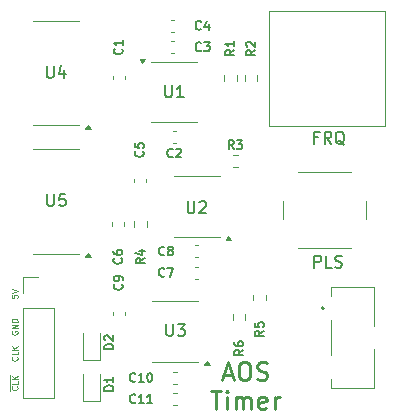
<source format=gto>
%TF.GenerationSoftware,KiCad,Pcbnew,8.0.7*%
%TF.CreationDate,2025-01-18T18:37:27+05:30*%
%TF.ProjectId,AOS16 Timer,414f5331-3620-4546-996d-65722e6b6963,rev?*%
%TF.SameCoordinates,Original*%
%TF.FileFunction,Legend,Top*%
%TF.FilePolarity,Positive*%
%FSLAX46Y46*%
G04 Gerber Fmt 4.6, Leading zero omitted, Abs format (unit mm)*
G04 Created by KiCad (PCBNEW 8.0.7) date 2025-01-18 18:37:27*
%MOMM*%
%LPD*%
G01*
G04 APERTURE LIST*
%ADD10C,0.250000*%
%ADD11C,0.100000*%
%ADD12C,0.200000*%
%ADD13C,0.150000*%
%ADD14C,0.120000*%
G04 APERTURE END LIST*
D10*
X89167857Y-89459941D02*
X89882143Y-89459941D01*
X89025000Y-89888512D02*
X89525000Y-88388512D01*
X89525000Y-88388512D02*
X90025000Y-89888512D01*
X90810714Y-88388512D02*
X91096428Y-88388512D01*
X91096428Y-88388512D02*
X91239285Y-88459941D01*
X91239285Y-88459941D02*
X91382142Y-88602798D01*
X91382142Y-88602798D02*
X91453571Y-88888512D01*
X91453571Y-88888512D02*
X91453571Y-89388512D01*
X91453571Y-89388512D02*
X91382142Y-89674226D01*
X91382142Y-89674226D02*
X91239285Y-89817084D01*
X91239285Y-89817084D02*
X91096428Y-89888512D01*
X91096428Y-89888512D02*
X90810714Y-89888512D01*
X90810714Y-89888512D02*
X90667857Y-89817084D01*
X90667857Y-89817084D02*
X90524999Y-89674226D01*
X90524999Y-89674226D02*
X90453571Y-89388512D01*
X90453571Y-89388512D02*
X90453571Y-88888512D01*
X90453571Y-88888512D02*
X90524999Y-88602798D01*
X90524999Y-88602798D02*
X90667857Y-88459941D01*
X90667857Y-88459941D02*
X90810714Y-88388512D01*
X92025000Y-89817084D02*
X92239286Y-89888512D01*
X92239286Y-89888512D02*
X92596428Y-89888512D01*
X92596428Y-89888512D02*
X92739286Y-89817084D01*
X92739286Y-89817084D02*
X92810714Y-89745655D01*
X92810714Y-89745655D02*
X92882143Y-89602798D01*
X92882143Y-89602798D02*
X92882143Y-89459941D01*
X92882143Y-89459941D02*
X92810714Y-89317084D01*
X92810714Y-89317084D02*
X92739286Y-89245655D01*
X92739286Y-89245655D02*
X92596428Y-89174226D01*
X92596428Y-89174226D02*
X92310714Y-89102798D01*
X92310714Y-89102798D02*
X92167857Y-89031369D01*
X92167857Y-89031369D02*
X92096428Y-88959941D01*
X92096428Y-88959941D02*
X92025000Y-88817084D01*
X92025000Y-88817084D02*
X92025000Y-88674226D01*
X92025000Y-88674226D02*
X92096428Y-88531369D01*
X92096428Y-88531369D02*
X92167857Y-88459941D01*
X92167857Y-88459941D02*
X92310714Y-88388512D01*
X92310714Y-88388512D02*
X92667857Y-88388512D01*
X92667857Y-88388512D02*
X92882143Y-88459941D01*
X88132143Y-90803428D02*
X88989286Y-90803428D01*
X88560714Y-92303428D02*
X88560714Y-90803428D01*
X89489285Y-92303428D02*
X89489285Y-91303428D01*
X89489285Y-90803428D02*
X89417857Y-90874857D01*
X89417857Y-90874857D02*
X89489285Y-90946285D01*
X89489285Y-90946285D02*
X89560714Y-90874857D01*
X89560714Y-90874857D02*
X89489285Y-90803428D01*
X89489285Y-90803428D02*
X89489285Y-90946285D01*
X90203571Y-92303428D02*
X90203571Y-91303428D01*
X90203571Y-91446285D02*
X90275000Y-91374857D01*
X90275000Y-91374857D02*
X90417857Y-91303428D01*
X90417857Y-91303428D02*
X90632143Y-91303428D01*
X90632143Y-91303428D02*
X90775000Y-91374857D01*
X90775000Y-91374857D02*
X90846429Y-91517714D01*
X90846429Y-91517714D02*
X90846429Y-92303428D01*
X90846429Y-91517714D02*
X90917857Y-91374857D01*
X90917857Y-91374857D02*
X91060714Y-91303428D01*
X91060714Y-91303428D02*
X91275000Y-91303428D01*
X91275000Y-91303428D02*
X91417857Y-91374857D01*
X91417857Y-91374857D02*
X91489286Y-91517714D01*
X91489286Y-91517714D02*
X91489286Y-92303428D01*
X92775000Y-92232000D02*
X92632143Y-92303428D01*
X92632143Y-92303428D02*
X92346429Y-92303428D01*
X92346429Y-92303428D02*
X92203571Y-92232000D01*
X92203571Y-92232000D02*
X92132143Y-92089142D01*
X92132143Y-92089142D02*
X92132143Y-91517714D01*
X92132143Y-91517714D02*
X92203571Y-91374857D01*
X92203571Y-91374857D02*
X92346429Y-91303428D01*
X92346429Y-91303428D02*
X92632143Y-91303428D01*
X92632143Y-91303428D02*
X92775000Y-91374857D01*
X92775000Y-91374857D02*
X92846429Y-91517714D01*
X92846429Y-91517714D02*
X92846429Y-91660571D01*
X92846429Y-91660571D02*
X92132143Y-91803428D01*
X93489285Y-92303428D02*
X93489285Y-91303428D01*
X93489285Y-91589142D02*
X93560714Y-91446285D01*
X93560714Y-91446285D02*
X93632143Y-91374857D01*
X93632143Y-91374857D02*
X93775000Y-91303428D01*
X93775000Y-91303428D02*
X93917857Y-91303428D01*
D11*
X71685990Y-87929449D02*
X71709800Y-87953258D01*
X71709800Y-87953258D02*
X71733609Y-88024687D01*
X71733609Y-88024687D02*
X71733609Y-88072306D01*
X71733609Y-88072306D02*
X71709800Y-88143734D01*
X71709800Y-88143734D02*
X71662180Y-88191353D01*
X71662180Y-88191353D02*
X71614561Y-88215163D01*
X71614561Y-88215163D02*
X71519323Y-88238972D01*
X71519323Y-88238972D02*
X71447895Y-88238972D01*
X71447895Y-88238972D02*
X71352657Y-88215163D01*
X71352657Y-88215163D02*
X71305038Y-88191353D01*
X71305038Y-88191353D02*
X71257419Y-88143734D01*
X71257419Y-88143734D02*
X71233609Y-88072306D01*
X71233609Y-88072306D02*
X71233609Y-88024687D01*
X71233609Y-88024687D02*
X71257419Y-87953258D01*
X71257419Y-87953258D02*
X71281228Y-87929449D01*
X71733609Y-87477068D02*
X71733609Y-87715163D01*
X71733609Y-87715163D02*
X71233609Y-87715163D01*
X71733609Y-87310401D02*
X71233609Y-87310401D01*
X71733609Y-87024687D02*
X71447895Y-87238972D01*
X71233609Y-87024687D02*
X71519323Y-87310401D01*
X71685990Y-90429449D02*
X71709800Y-90453258D01*
X71709800Y-90453258D02*
X71733609Y-90524687D01*
X71733609Y-90524687D02*
X71733609Y-90572306D01*
X71733609Y-90572306D02*
X71709800Y-90643734D01*
X71709800Y-90643734D02*
X71662180Y-90691353D01*
X71662180Y-90691353D02*
X71614561Y-90715163D01*
X71614561Y-90715163D02*
X71519323Y-90738972D01*
X71519323Y-90738972D02*
X71447895Y-90738972D01*
X71447895Y-90738972D02*
X71352657Y-90715163D01*
X71352657Y-90715163D02*
X71305038Y-90691353D01*
X71305038Y-90691353D02*
X71257419Y-90643734D01*
X71257419Y-90643734D02*
X71233609Y-90572306D01*
X71233609Y-90572306D02*
X71233609Y-90524687D01*
X71233609Y-90524687D02*
X71257419Y-90453258D01*
X71257419Y-90453258D02*
X71281228Y-90429449D01*
X71733609Y-89977068D02*
X71733609Y-90215163D01*
X71733609Y-90215163D02*
X71233609Y-90215163D01*
X71733609Y-89810401D02*
X71233609Y-89810401D01*
X71733609Y-89524687D02*
X71447895Y-89738972D01*
X71233609Y-89524687D02*
X71519323Y-89810401D01*
X71094800Y-90784211D02*
X71094800Y-89479449D01*
X71257419Y-85753258D02*
X71233609Y-85800877D01*
X71233609Y-85800877D02*
X71233609Y-85872306D01*
X71233609Y-85872306D02*
X71257419Y-85943734D01*
X71257419Y-85943734D02*
X71305038Y-85991353D01*
X71305038Y-85991353D02*
X71352657Y-86015163D01*
X71352657Y-86015163D02*
X71447895Y-86038972D01*
X71447895Y-86038972D02*
X71519323Y-86038972D01*
X71519323Y-86038972D02*
X71614561Y-86015163D01*
X71614561Y-86015163D02*
X71662180Y-85991353D01*
X71662180Y-85991353D02*
X71709800Y-85943734D01*
X71709800Y-85943734D02*
X71733609Y-85872306D01*
X71733609Y-85872306D02*
X71733609Y-85824687D01*
X71733609Y-85824687D02*
X71709800Y-85753258D01*
X71709800Y-85753258D02*
X71685990Y-85729449D01*
X71685990Y-85729449D02*
X71519323Y-85729449D01*
X71519323Y-85729449D02*
X71519323Y-85824687D01*
X71733609Y-85515163D02*
X71233609Y-85515163D01*
X71233609Y-85515163D02*
X71733609Y-85229449D01*
X71733609Y-85229449D02*
X71233609Y-85229449D01*
X71733609Y-84991353D02*
X71233609Y-84991353D01*
X71233609Y-84991353D02*
X71233609Y-84872305D01*
X71233609Y-84872305D02*
X71257419Y-84800877D01*
X71257419Y-84800877D02*
X71305038Y-84753258D01*
X71305038Y-84753258D02*
X71352657Y-84729448D01*
X71352657Y-84729448D02*
X71447895Y-84705639D01*
X71447895Y-84705639D02*
X71519323Y-84705639D01*
X71519323Y-84705639D02*
X71614561Y-84729448D01*
X71614561Y-84729448D02*
X71662180Y-84753258D01*
X71662180Y-84753258D02*
X71709800Y-84800877D01*
X71709800Y-84800877D02*
X71733609Y-84872305D01*
X71733609Y-84872305D02*
X71733609Y-84991353D01*
X71233609Y-82677068D02*
X71233609Y-82915163D01*
X71233609Y-82915163D02*
X71471704Y-82938972D01*
X71471704Y-82938972D02*
X71447895Y-82915163D01*
X71447895Y-82915163D02*
X71424085Y-82867544D01*
X71424085Y-82867544D02*
X71424085Y-82748496D01*
X71424085Y-82748496D02*
X71447895Y-82700877D01*
X71447895Y-82700877D02*
X71471704Y-82677068D01*
X71471704Y-82677068D02*
X71519323Y-82653258D01*
X71519323Y-82653258D02*
X71638371Y-82653258D01*
X71638371Y-82653258D02*
X71685990Y-82677068D01*
X71685990Y-82677068D02*
X71709800Y-82700877D01*
X71709800Y-82700877D02*
X71733609Y-82748496D01*
X71733609Y-82748496D02*
X71733609Y-82867544D01*
X71733609Y-82867544D02*
X71709800Y-82915163D01*
X71709800Y-82915163D02*
X71685990Y-82938972D01*
X71233609Y-82510401D02*
X71733609Y-82343735D01*
X71733609Y-82343735D02*
X71233609Y-82177068D01*
D12*
X96869673Y-80367219D02*
X96869673Y-79367219D01*
X96869673Y-79367219D02*
X97250625Y-79367219D01*
X97250625Y-79367219D02*
X97345863Y-79414838D01*
X97345863Y-79414838D02*
X97393482Y-79462457D01*
X97393482Y-79462457D02*
X97441101Y-79557695D01*
X97441101Y-79557695D02*
X97441101Y-79700552D01*
X97441101Y-79700552D02*
X97393482Y-79795790D01*
X97393482Y-79795790D02*
X97345863Y-79843409D01*
X97345863Y-79843409D02*
X97250625Y-79891028D01*
X97250625Y-79891028D02*
X96869673Y-79891028D01*
X98345863Y-80367219D02*
X97869673Y-80367219D01*
X97869673Y-80367219D02*
X97869673Y-79367219D01*
X98631578Y-80319600D02*
X98774435Y-80367219D01*
X98774435Y-80367219D02*
X99012530Y-80367219D01*
X99012530Y-80367219D02*
X99107768Y-80319600D01*
X99107768Y-80319600D02*
X99155387Y-80271980D01*
X99155387Y-80271980D02*
X99203006Y-80176742D01*
X99203006Y-80176742D02*
X99203006Y-80081504D01*
X99203006Y-80081504D02*
X99155387Y-79986266D01*
X99155387Y-79986266D02*
X99107768Y-79938647D01*
X99107768Y-79938647D02*
X99012530Y-79891028D01*
X99012530Y-79891028D02*
X98822054Y-79843409D01*
X98822054Y-79843409D02*
X98726816Y-79795790D01*
X98726816Y-79795790D02*
X98679197Y-79748171D01*
X98679197Y-79748171D02*
X98631578Y-79652933D01*
X98631578Y-79652933D02*
X98631578Y-79557695D01*
X98631578Y-79557695D02*
X98679197Y-79462457D01*
X98679197Y-79462457D02*
X98726816Y-79414838D01*
X98726816Y-79414838D02*
X98822054Y-79367219D01*
X98822054Y-79367219D02*
X99060149Y-79367219D01*
X99060149Y-79367219D02*
X99203006Y-79414838D01*
X97203006Y-69343409D02*
X96869673Y-69343409D01*
X96869673Y-69867219D02*
X96869673Y-68867219D01*
X96869673Y-68867219D02*
X97345863Y-68867219D01*
X98298244Y-69867219D02*
X97964911Y-69391028D01*
X97726816Y-69867219D02*
X97726816Y-68867219D01*
X97726816Y-68867219D02*
X98107768Y-68867219D01*
X98107768Y-68867219D02*
X98203006Y-68914838D01*
X98203006Y-68914838D02*
X98250625Y-68962457D01*
X98250625Y-68962457D02*
X98298244Y-69057695D01*
X98298244Y-69057695D02*
X98298244Y-69200552D01*
X98298244Y-69200552D02*
X98250625Y-69295790D01*
X98250625Y-69295790D02*
X98203006Y-69343409D01*
X98203006Y-69343409D02*
X98107768Y-69391028D01*
X98107768Y-69391028D02*
X97726816Y-69391028D01*
X99393482Y-69962457D02*
X99298244Y-69914838D01*
X99298244Y-69914838D02*
X99203006Y-69819600D01*
X99203006Y-69819600D02*
X99060149Y-69676742D01*
X99060149Y-69676742D02*
X98964911Y-69629123D01*
X98964911Y-69629123D02*
X98869673Y-69629123D01*
X98917292Y-69867219D02*
X98822054Y-69819600D01*
X98822054Y-69819600D02*
X98726816Y-69724361D01*
X98726816Y-69724361D02*
X98679197Y-69533885D01*
X98679197Y-69533885D02*
X98679197Y-69200552D01*
X98679197Y-69200552D02*
X98726816Y-69010076D01*
X98726816Y-69010076D02*
X98822054Y-68914838D01*
X98822054Y-68914838D02*
X98917292Y-68867219D01*
X98917292Y-68867219D02*
X99107768Y-68867219D01*
X99107768Y-68867219D02*
X99203006Y-68914838D01*
X99203006Y-68914838D02*
X99298244Y-69010076D01*
X99298244Y-69010076D02*
X99345863Y-69200552D01*
X99345863Y-69200552D02*
X99345863Y-69533885D01*
X99345863Y-69533885D02*
X99298244Y-69724361D01*
X99298244Y-69724361D02*
X99203006Y-69819600D01*
X99203006Y-69819600D02*
X99107768Y-69867219D01*
X99107768Y-69867219D02*
X98917292Y-69867219D01*
D13*
X79839164Y-87253571D02*
X79089164Y-87253571D01*
X79089164Y-87253571D02*
X79089164Y-87075000D01*
X79089164Y-87075000D02*
X79124878Y-86967857D01*
X79124878Y-86967857D02*
X79196307Y-86896428D01*
X79196307Y-86896428D02*
X79267735Y-86860714D01*
X79267735Y-86860714D02*
X79410592Y-86825000D01*
X79410592Y-86825000D02*
X79517735Y-86825000D01*
X79517735Y-86825000D02*
X79660592Y-86860714D01*
X79660592Y-86860714D02*
X79732021Y-86896428D01*
X79732021Y-86896428D02*
X79803450Y-86967857D01*
X79803450Y-86967857D02*
X79839164Y-87075000D01*
X79839164Y-87075000D02*
X79839164Y-87253571D01*
X79160592Y-86539285D02*
X79124878Y-86503571D01*
X79124878Y-86503571D02*
X79089164Y-86432143D01*
X79089164Y-86432143D02*
X79089164Y-86253571D01*
X79089164Y-86253571D02*
X79124878Y-86182143D01*
X79124878Y-86182143D02*
X79160592Y-86146428D01*
X79160592Y-86146428D02*
X79232021Y-86110714D01*
X79232021Y-86110714D02*
X79303450Y-86110714D01*
X79303450Y-86110714D02*
X79410592Y-86146428D01*
X79410592Y-86146428D02*
X79839164Y-86575000D01*
X79839164Y-86575000D02*
X79839164Y-86110714D01*
X84238095Y-64954819D02*
X84238095Y-65764342D01*
X84238095Y-65764342D02*
X84285714Y-65859580D01*
X84285714Y-65859580D02*
X84333333Y-65907200D01*
X84333333Y-65907200D02*
X84428571Y-65954819D01*
X84428571Y-65954819D02*
X84619047Y-65954819D01*
X84619047Y-65954819D02*
X84714285Y-65907200D01*
X84714285Y-65907200D02*
X84761904Y-65859580D01*
X84761904Y-65859580D02*
X84809523Y-65764342D01*
X84809523Y-65764342D02*
X84809523Y-64954819D01*
X85809523Y-65954819D02*
X85238095Y-65954819D01*
X85523809Y-65954819D02*
X85523809Y-64954819D01*
X85523809Y-64954819D02*
X85428571Y-65097676D01*
X85428571Y-65097676D02*
X85333333Y-65192914D01*
X85333333Y-65192914D02*
X85238095Y-65240533D01*
X82356035Y-70525000D02*
X82391750Y-70560714D01*
X82391750Y-70560714D02*
X82427464Y-70667857D01*
X82427464Y-70667857D02*
X82427464Y-70739285D01*
X82427464Y-70739285D02*
X82391750Y-70846428D01*
X82391750Y-70846428D02*
X82320321Y-70917857D01*
X82320321Y-70917857D02*
X82248892Y-70953571D01*
X82248892Y-70953571D02*
X82106035Y-70989285D01*
X82106035Y-70989285D02*
X81998892Y-70989285D01*
X81998892Y-70989285D02*
X81856035Y-70953571D01*
X81856035Y-70953571D02*
X81784607Y-70917857D01*
X81784607Y-70917857D02*
X81713178Y-70846428D01*
X81713178Y-70846428D02*
X81677464Y-70739285D01*
X81677464Y-70739285D02*
X81677464Y-70667857D01*
X81677464Y-70667857D02*
X81713178Y-70560714D01*
X81713178Y-70560714D02*
X81748892Y-70525000D01*
X81677464Y-69846428D02*
X81677464Y-70203571D01*
X81677464Y-70203571D02*
X82034607Y-70239285D01*
X82034607Y-70239285D02*
X81998892Y-70203571D01*
X81998892Y-70203571D02*
X81963178Y-70132143D01*
X81963178Y-70132143D02*
X81963178Y-69953571D01*
X81963178Y-69953571D02*
X81998892Y-69882143D01*
X81998892Y-69882143D02*
X82034607Y-69846428D01*
X82034607Y-69846428D02*
X82106035Y-69810714D01*
X82106035Y-69810714D02*
X82284607Y-69810714D01*
X82284607Y-69810714D02*
X82356035Y-69846428D01*
X82356035Y-69846428D02*
X82391750Y-69882143D01*
X82391750Y-69882143D02*
X82427464Y-69953571D01*
X82427464Y-69953571D02*
X82427464Y-70132143D01*
X82427464Y-70132143D02*
X82391750Y-70203571D01*
X82391750Y-70203571D02*
X82356035Y-70239285D01*
X87274999Y-61967735D02*
X87239285Y-62003450D01*
X87239285Y-62003450D02*
X87132142Y-62039164D01*
X87132142Y-62039164D02*
X87060714Y-62039164D01*
X87060714Y-62039164D02*
X86953571Y-62003450D01*
X86953571Y-62003450D02*
X86882142Y-61932021D01*
X86882142Y-61932021D02*
X86846428Y-61860592D01*
X86846428Y-61860592D02*
X86810714Y-61717735D01*
X86810714Y-61717735D02*
X86810714Y-61610592D01*
X86810714Y-61610592D02*
X86846428Y-61467735D01*
X86846428Y-61467735D02*
X86882142Y-61396307D01*
X86882142Y-61396307D02*
X86953571Y-61324878D01*
X86953571Y-61324878D02*
X87060714Y-61289164D01*
X87060714Y-61289164D02*
X87132142Y-61289164D01*
X87132142Y-61289164D02*
X87239285Y-61324878D01*
X87239285Y-61324878D02*
X87274999Y-61360592D01*
X87524999Y-61289164D02*
X87989285Y-61289164D01*
X87989285Y-61289164D02*
X87739285Y-61574878D01*
X87739285Y-61574878D02*
X87846428Y-61574878D01*
X87846428Y-61574878D02*
X87917857Y-61610592D01*
X87917857Y-61610592D02*
X87953571Y-61646307D01*
X87953571Y-61646307D02*
X87989285Y-61717735D01*
X87989285Y-61717735D02*
X87989285Y-61896307D01*
X87989285Y-61896307D02*
X87953571Y-61967735D01*
X87953571Y-61967735D02*
X87917857Y-62003450D01*
X87917857Y-62003450D02*
X87846428Y-62039164D01*
X87846428Y-62039164D02*
X87632142Y-62039164D01*
X87632142Y-62039164D02*
X87560714Y-62003450D01*
X87560714Y-62003450D02*
X87524999Y-61967735D01*
X90024999Y-70339164D02*
X89774999Y-69982021D01*
X89596428Y-70339164D02*
X89596428Y-69589164D01*
X89596428Y-69589164D02*
X89882142Y-69589164D01*
X89882142Y-69589164D02*
X89953571Y-69624878D01*
X89953571Y-69624878D02*
X89989285Y-69660592D01*
X89989285Y-69660592D02*
X90024999Y-69732021D01*
X90024999Y-69732021D02*
X90024999Y-69839164D01*
X90024999Y-69839164D02*
X89989285Y-69910592D01*
X89989285Y-69910592D02*
X89953571Y-69946307D01*
X89953571Y-69946307D02*
X89882142Y-69982021D01*
X89882142Y-69982021D02*
X89596428Y-69982021D01*
X90274999Y-69589164D02*
X90739285Y-69589164D01*
X90739285Y-69589164D02*
X90489285Y-69874878D01*
X90489285Y-69874878D02*
X90596428Y-69874878D01*
X90596428Y-69874878D02*
X90667857Y-69910592D01*
X90667857Y-69910592D02*
X90703571Y-69946307D01*
X90703571Y-69946307D02*
X90739285Y-70017735D01*
X90739285Y-70017735D02*
X90739285Y-70196307D01*
X90739285Y-70196307D02*
X90703571Y-70267735D01*
X90703571Y-70267735D02*
X90667857Y-70303450D01*
X90667857Y-70303450D02*
X90596428Y-70339164D01*
X90596428Y-70339164D02*
X90382142Y-70339164D01*
X90382142Y-70339164D02*
X90310714Y-70303450D01*
X90310714Y-70303450D02*
X90274999Y-70267735D01*
X80552735Y-61850000D02*
X80588450Y-61885714D01*
X80588450Y-61885714D02*
X80624164Y-61992857D01*
X80624164Y-61992857D02*
X80624164Y-62064285D01*
X80624164Y-62064285D02*
X80588450Y-62171428D01*
X80588450Y-62171428D02*
X80517021Y-62242857D01*
X80517021Y-62242857D02*
X80445592Y-62278571D01*
X80445592Y-62278571D02*
X80302735Y-62314285D01*
X80302735Y-62314285D02*
X80195592Y-62314285D01*
X80195592Y-62314285D02*
X80052735Y-62278571D01*
X80052735Y-62278571D02*
X79981307Y-62242857D01*
X79981307Y-62242857D02*
X79909878Y-62171428D01*
X79909878Y-62171428D02*
X79874164Y-62064285D01*
X79874164Y-62064285D02*
X79874164Y-61992857D01*
X79874164Y-61992857D02*
X79909878Y-61885714D01*
X79909878Y-61885714D02*
X79945592Y-61850000D01*
X80624164Y-61135714D02*
X80624164Y-61564285D01*
X80624164Y-61350000D02*
X79874164Y-61350000D01*
X79874164Y-61350000D02*
X79981307Y-61421428D01*
X79981307Y-61421428D02*
X80052735Y-61492857D01*
X80052735Y-61492857D02*
X80088450Y-61564285D01*
X80517735Y-79575000D02*
X80553450Y-79610714D01*
X80553450Y-79610714D02*
X80589164Y-79717857D01*
X80589164Y-79717857D02*
X80589164Y-79789285D01*
X80589164Y-79789285D02*
X80553450Y-79896428D01*
X80553450Y-79896428D02*
X80482021Y-79967857D01*
X80482021Y-79967857D02*
X80410592Y-80003571D01*
X80410592Y-80003571D02*
X80267735Y-80039285D01*
X80267735Y-80039285D02*
X80160592Y-80039285D01*
X80160592Y-80039285D02*
X80017735Y-80003571D01*
X80017735Y-80003571D02*
X79946307Y-79967857D01*
X79946307Y-79967857D02*
X79874878Y-79896428D01*
X79874878Y-79896428D02*
X79839164Y-79789285D01*
X79839164Y-79789285D02*
X79839164Y-79717857D01*
X79839164Y-79717857D02*
X79874878Y-79610714D01*
X79874878Y-79610714D02*
X79910592Y-79575000D01*
X79839164Y-78932143D02*
X79839164Y-79075000D01*
X79839164Y-79075000D02*
X79874878Y-79146428D01*
X79874878Y-79146428D02*
X79910592Y-79182143D01*
X79910592Y-79182143D02*
X80017735Y-79253571D01*
X80017735Y-79253571D02*
X80160592Y-79289285D01*
X80160592Y-79289285D02*
X80446307Y-79289285D01*
X80446307Y-79289285D02*
X80517735Y-79253571D01*
X80517735Y-79253571D02*
X80553450Y-79217857D01*
X80553450Y-79217857D02*
X80589164Y-79146428D01*
X80589164Y-79146428D02*
X80589164Y-79003571D01*
X80589164Y-79003571D02*
X80553450Y-78932143D01*
X80553450Y-78932143D02*
X80517735Y-78896428D01*
X80517735Y-78896428D02*
X80446307Y-78860714D01*
X80446307Y-78860714D02*
X80267735Y-78860714D01*
X80267735Y-78860714D02*
X80196307Y-78896428D01*
X80196307Y-78896428D02*
X80160592Y-78932143D01*
X80160592Y-78932143D02*
X80124878Y-79003571D01*
X80124878Y-79003571D02*
X80124878Y-79146428D01*
X80124878Y-79146428D02*
X80160592Y-79217857D01*
X80160592Y-79217857D02*
X80196307Y-79253571D01*
X80196307Y-79253571D02*
X80267735Y-79289285D01*
X84326395Y-85159819D02*
X84326395Y-85969342D01*
X84326395Y-85969342D02*
X84374014Y-86064580D01*
X84374014Y-86064580D02*
X84421633Y-86112200D01*
X84421633Y-86112200D02*
X84516871Y-86159819D01*
X84516871Y-86159819D02*
X84707347Y-86159819D01*
X84707347Y-86159819D02*
X84802585Y-86112200D01*
X84802585Y-86112200D02*
X84850204Y-86064580D01*
X84850204Y-86064580D02*
X84897823Y-85969342D01*
X84897823Y-85969342D02*
X84897823Y-85159819D01*
X85278776Y-85159819D02*
X85897823Y-85159819D01*
X85897823Y-85159819D02*
X85564490Y-85540771D01*
X85564490Y-85540771D02*
X85707347Y-85540771D01*
X85707347Y-85540771D02*
X85802585Y-85588390D01*
X85802585Y-85588390D02*
X85850204Y-85636009D01*
X85850204Y-85636009D02*
X85897823Y-85731247D01*
X85897823Y-85731247D02*
X85897823Y-85969342D01*
X85897823Y-85969342D02*
X85850204Y-86064580D01*
X85850204Y-86064580D02*
X85802585Y-86112200D01*
X85802585Y-86112200D02*
X85707347Y-86159819D01*
X85707347Y-86159819D02*
X85421633Y-86159819D01*
X85421633Y-86159819D02*
X85326395Y-86112200D01*
X85326395Y-86112200D02*
X85278776Y-86064580D01*
X84874999Y-70967735D02*
X84839285Y-71003450D01*
X84839285Y-71003450D02*
X84732142Y-71039164D01*
X84732142Y-71039164D02*
X84660714Y-71039164D01*
X84660714Y-71039164D02*
X84553571Y-71003450D01*
X84553571Y-71003450D02*
X84482142Y-70932021D01*
X84482142Y-70932021D02*
X84446428Y-70860592D01*
X84446428Y-70860592D02*
X84410714Y-70717735D01*
X84410714Y-70717735D02*
X84410714Y-70610592D01*
X84410714Y-70610592D02*
X84446428Y-70467735D01*
X84446428Y-70467735D02*
X84482142Y-70396307D01*
X84482142Y-70396307D02*
X84553571Y-70324878D01*
X84553571Y-70324878D02*
X84660714Y-70289164D01*
X84660714Y-70289164D02*
X84732142Y-70289164D01*
X84732142Y-70289164D02*
X84839285Y-70324878D01*
X84839285Y-70324878D02*
X84874999Y-70360592D01*
X85160714Y-70360592D02*
X85196428Y-70324878D01*
X85196428Y-70324878D02*
X85267857Y-70289164D01*
X85267857Y-70289164D02*
X85446428Y-70289164D01*
X85446428Y-70289164D02*
X85517857Y-70324878D01*
X85517857Y-70324878D02*
X85553571Y-70360592D01*
X85553571Y-70360592D02*
X85589285Y-70432021D01*
X85589285Y-70432021D02*
X85589285Y-70503450D01*
X85589285Y-70503450D02*
X85553571Y-70610592D01*
X85553571Y-70610592D02*
X85124999Y-71039164D01*
X85124999Y-71039164D02*
X85589285Y-71039164D01*
X90089164Y-61925000D02*
X89732021Y-62175000D01*
X90089164Y-62353571D02*
X89339164Y-62353571D01*
X89339164Y-62353571D02*
X89339164Y-62067857D01*
X89339164Y-62067857D02*
X89374878Y-61996428D01*
X89374878Y-61996428D02*
X89410592Y-61960714D01*
X89410592Y-61960714D02*
X89482021Y-61925000D01*
X89482021Y-61925000D02*
X89589164Y-61925000D01*
X89589164Y-61925000D02*
X89660592Y-61960714D01*
X89660592Y-61960714D02*
X89696307Y-61996428D01*
X89696307Y-61996428D02*
X89732021Y-62067857D01*
X89732021Y-62067857D02*
X89732021Y-62353571D01*
X90089164Y-61210714D02*
X90089164Y-61639285D01*
X90089164Y-61425000D02*
X89339164Y-61425000D01*
X89339164Y-61425000D02*
X89446307Y-61496428D01*
X89446307Y-61496428D02*
X89517735Y-61567857D01*
X89517735Y-61567857D02*
X89553450Y-61639285D01*
X79839164Y-90778571D02*
X79089164Y-90778571D01*
X79089164Y-90778571D02*
X79089164Y-90600000D01*
X79089164Y-90600000D02*
X79124878Y-90492857D01*
X79124878Y-90492857D02*
X79196307Y-90421428D01*
X79196307Y-90421428D02*
X79267735Y-90385714D01*
X79267735Y-90385714D02*
X79410592Y-90350000D01*
X79410592Y-90350000D02*
X79517735Y-90350000D01*
X79517735Y-90350000D02*
X79660592Y-90385714D01*
X79660592Y-90385714D02*
X79732021Y-90421428D01*
X79732021Y-90421428D02*
X79803450Y-90492857D01*
X79803450Y-90492857D02*
X79839164Y-90600000D01*
X79839164Y-90600000D02*
X79839164Y-90778571D01*
X79839164Y-89635714D02*
X79839164Y-90064285D01*
X79839164Y-89850000D02*
X79089164Y-89850000D01*
X79089164Y-89850000D02*
X79196307Y-89921428D01*
X79196307Y-89921428D02*
X79267735Y-89992857D01*
X79267735Y-89992857D02*
X79303450Y-90064285D01*
X82489164Y-79575000D02*
X82132021Y-79825000D01*
X82489164Y-80003571D02*
X81739164Y-80003571D01*
X81739164Y-80003571D02*
X81739164Y-79717857D01*
X81739164Y-79717857D02*
X81774878Y-79646428D01*
X81774878Y-79646428D02*
X81810592Y-79610714D01*
X81810592Y-79610714D02*
X81882021Y-79575000D01*
X81882021Y-79575000D02*
X81989164Y-79575000D01*
X81989164Y-79575000D02*
X82060592Y-79610714D01*
X82060592Y-79610714D02*
X82096307Y-79646428D01*
X82096307Y-79646428D02*
X82132021Y-79717857D01*
X82132021Y-79717857D02*
X82132021Y-80003571D01*
X81989164Y-78932143D02*
X82489164Y-78932143D01*
X81703450Y-79110714D02*
X82239164Y-79289285D01*
X82239164Y-79289285D02*
X82239164Y-78825000D01*
X84163299Y-79267735D02*
X84127585Y-79303450D01*
X84127585Y-79303450D02*
X84020442Y-79339164D01*
X84020442Y-79339164D02*
X83949014Y-79339164D01*
X83949014Y-79339164D02*
X83841871Y-79303450D01*
X83841871Y-79303450D02*
X83770442Y-79232021D01*
X83770442Y-79232021D02*
X83734728Y-79160592D01*
X83734728Y-79160592D02*
X83699014Y-79017735D01*
X83699014Y-79017735D02*
X83699014Y-78910592D01*
X83699014Y-78910592D02*
X83734728Y-78767735D01*
X83734728Y-78767735D02*
X83770442Y-78696307D01*
X83770442Y-78696307D02*
X83841871Y-78624878D01*
X83841871Y-78624878D02*
X83949014Y-78589164D01*
X83949014Y-78589164D02*
X84020442Y-78589164D01*
X84020442Y-78589164D02*
X84127585Y-78624878D01*
X84127585Y-78624878D02*
X84163299Y-78660592D01*
X84591871Y-78910592D02*
X84520442Y-78874878D01*
X84520442Y-78874878D02*
X84484728Y-78839164D01*
X84484728Y-78839164D02*
X84449014Y-78767735D01*
X84449014Y-78767735D02*
X84449014Y-78732021D01*
X84449014Y-78732021D02*
X84484728Y-78660592D01*
X84484728Y-78660592D02*
X84520442Y-78624878D01*
X84520442Y-78624878D02*
X84591871Y-78589164D01*
X84591871Y-78589164D02*
X84734728Y-78589164D01*
X84734728Y-78589164D02*
X84806157Y-78624878D01*
X84806157Y-78624878D02*
X84841871Y-78660592D01*
X84841871Y-78660592D02*
X84877585Y-78732021D01*
X84877585Y-78732021D02*
X84877585Y-78767735D01*
X84877585Y-78767735D02*
X84841871Y-78839164D01*
X84841871Y-78839164D02*
X84806157Y-78874878D01*
X84806157Y-78874878D02*
X84734728Y-78910592D01*
X84734728Y-78910592D02*
X84591871Y-78910592D01*
X84591871Y-78910592D02*
X84520442Y-78946307D01*
X84520442Y-78946307D02*
X84484728Y-78982021D01*
X84484728Y-78982021D02*
X84449014Y-79053450D01*
X84449014Y-79053450D02*
X84449014Y-79196307D01*
X84449014Y-79196307D02*
X84484728Y-79267735D01*
X84484728Y-79267735D02*
X84520442Y-79303450D01*
X84520442Y-79303450D02*
X84591871Y-79339164D01*
X84591871Y-79339164D02*
X84734728Y-79339164D01*
X84734728Y-79339164D02*
X84806157Y-79303450D01*
X84806157Y-79303450D02*
X84841871Y-79267735D01*
X84841871Y-79267735D02*
X84877585Y-79196307D01*
X84877585Y-79196307D02*
X84877585Y-79053450D01*
X84877585Y-79053450D02*
X84841871Y-78982021D01*
X84841871Y-78982021D02*
X84806157Y-78946307D01*
X84806157Y-78946307D02*
X84734728Y-78910592D01*
X90839164Y-87325000D02*
X90482021Y-87575000D01*
X90839164Y-87753571D02*
X90089164Y-87753571D01*
X90089164Y-87753571D02*
X90089164Y-87467857D01*
X90089164Y-87467857D02*
X90124878Y-87396428D01*
X90124878Y-87396428D02*
X90160592Y-87360714D01*
X90160592Y-87360714D02*
X90232021Y-87325000D01*
X90232021Y-87325000D02*
X90339164Y-87325000D01*
X90339164Y-87325000D02*
X90410592Y-87360714D01*
X90410592Y-87360714D02*
X90446307Y-87396428D01*
X90446307Y-87396428D02*
X90482021Y-87467857D01*
X90482021Y-87467857D02*
X90482021Y-87753571D01*
X90089164Y-86682143D02*
X90089164Y-86825000D01*
X90089164Y-86825000D02*
X90124878Y-86896428D01*
X90124878Y-86896428D02*
X90160592Y-86932143D01*
X90160592Y-86932143D02*
X90267735Y-87003571D01*
X90267735Y-87003571D02*
X90410592Y-87039285D01*
X90410592Y-87039285D02*
X90696307Y-87039285D01*
X90696307Y-87039285D02*
X90767735Y-87003571D01*
X90767735Y-87003571D02*
X90803450Y-86967857D01*
X90803450Y-86967857D02*
X90839164Y-86896428D01*
X90839164Y-86896428D02*
X90839164Y-86753571D01*
X90839164Y-86753571D02*
X90803450Y-86682143D01*
X90803450Y-86682143D02*
X90767735Y-86646428D01*
X90767735Y-86646428D02*
X90696307Y-86610714D01*
X90696307Y-86610714D02*
X90517735Y-86610714D01*
X90517735Y-86610714D02*
X90446307Y-86646428D01*
X90446307Y-86646428D02*
X90410592Y-86682143D01*
X90410592Y-86682143D02*
X90374878Y-86753571D01*
X90374878Y-86753571D02*
X90374878Y-86896428D01*
X90374878Y-86896428D02*
X90410592Y-86967857D01*
X90410592Y-86967857D02*
X90446307Y-87003571D01*
X90446307Y-87003571D02*
X90517735Y-87039285D01*
X74238095Y-74144819D02*
X74238095Y-74954342D01*
X74238095Y-74954342D02*
X74285714Y-75049580D01*
X74285714Y-75049580D02*
X74333333Y-75097200D01*
X74333333Y-75097200D02*
X74428571Y-75144819D01*
X74428571Y-75144819D02*
X74619047Y-75144819D01*
X74619047Y-75144819D02*
X74714285Y-75097200D01*
X74714285Y-75097200D02*
X74761904Y-75049580D01*
X74761904Y-75049580D02*
X74809523Y-74954342D01*
X74809523Y-74954342D02*
X74809523Y-74144819D01*
X75761904Y-74144819D02*
X75285714Y-74144819D01*
X75285714Y-74144819D02*
X75238095Y-74621009D01*
X75238095Y-74621009D02*
X75285714Y-74573390D01*
X75285714Y-74573390D02*
X75380952Y-74525771D01*
X75380952Y-74525771D02*
X75619047Y-74525771D01*
X75619047Y-74525771D02*
X75714285Y-74573390D01*
X75714285Y-74573390D02*
X75761904Y-74621009D01*
X75761904Y-74621009D02*
X75809523Y-74716247D01*
X75809523Y-74716247D02*
X75809523Y-74954342D01*
X75809523Y-74954342D02*
X75761904Y-75049580D01*
X75761904Y-75049580D02*
X75714285Y-75097200D01*
X75714285Y-75097200D02*
X75619047Y-75144819D01*
X75619047Y-75144819D02*
X75380952Y-75144819D01*
X75380952Y-75144819D02*
X75285714Y-75097200D01*
X75285714Y-75097200D02*
X75238095Y-75049580D01*
X91839164Y-61950000D02*
X91482021Y-62200000D01*
X91839164Y-62378571D02*
X91089164Y-62378571D01*
X91089164Y-62378571D02*
X91089164Y-62092857D01*
X91089164Y-62092857D02*
X91124878Y-62021428D01*
X91124878Y-62021428D02*
X91160592Y-61985714D01*
X91160592Y-61985714D02*
X91232021Y-61950000D01*
X91232021Y-61950000D02*
X91339164Y-61950000D01*
X91339164Y-61950000D02*
X91410592Y-61985714D01*
X91410592Y-61985714D02*
X91446307Y-62021428D01*
X91446307Y-62021428D02*
X91482021Y-62092857D01*
X91482021Y-62092857D02*
X91482021Y-62378571D01*
X91160592Y-61664285D02*
X91124878Y-61628571D01*
X91124878Y-61628571D02*
X91089164Y-61557143D01*
X91089164Y-61557143D02*
X91089164Y-61378571D01*
X91089164Y-61378571D02*
X91124878Y-61307143D01*
X91124878Y-61307143D02*
X91160592Y-61271428D01*
X91160592Y-61271428D02*
X91232021Y-61235714D01*
X91232021Y-61235714D02*
X91303450Y-61235714D01*
X91303450Y-61235714D02*
X91410592Y-61271428D01*
X91410592Y-61271428D02*
X91839164Y-61700000D01*
X91839164Y-61700000D02*
X91839164Y-61235714D01*
X92564164Y-85725000D02*
X92207021Y-85975000D01*
X92564164Y-86153571D02*
X91814164Y-86153571D01*
X91814164Y-86153571D02*
X91814164Y-85867857D01*
X91814164Y-85867857D02*
X91849878Y-85796428D01*
X91849878Y-85796428D02*
X91885592Y-85760714D01*
X91885592Y-85760714D02*
X91957021Y-85725000D01*
X91957021Y-85725000D02*
X92064164Y-85725000D01*
X92064164Y-85725000D02*
X92135592Y-85760714D01*
X92135592Y-85760714D02*
X92171307Y-85796428D01*
X92171307Y-85796428D02*
X92207021Y-85867857D01*
X92207021Y-85867857D02*
X92207021Y-86153571D01*
X91814164Y-85046428D02*
X91814164Y-85403571D01*
X91814164Y-85403571D02*
X92171307Y-85439285D01*
X92171307Y-85439285D02*
X92135592Y-85403571D01*
X92135592Y-85403571D02*
X92099878Y-85332143D01*
X92099878Y-85332143D02*
X92099878Y-85153571D01*
X92099878Y-85153571D02*
X92135592Y-85082143D01*
X92135592Y-85082143D02*
X92171307Y-85046428D01*
X92171307Y-85046428D02*
X92242735Y-85010714D01*
X92242735Y-85010714D02*
X92421307Y-85010714D01*
X92421307Y-85010714D02*
X92492735Y-85046428D01*
X92492735Y-85046428D02*
X92528450Y-85082143D01*
X92528450Y-85082143D02*
X92564164Y-85153571D01*
X92564164Y-85153571D02*
X92564164Y-85332143D01*
X92564164Y-85332143D02*
X92528450Y-85403571D01*
X92528450Y-85403571D02*
X92492735Y-85439285D01*
X87274999Y-60167735D02*
X87239285Y-60203450D01*
X87239285Y-60203450D02*
X87132142Y-60239164D01*
X87132142Y-60239164D02*
X87060714Y-60239164D01*
X87060714Y-60239164D02*
X86953571Y-60203450D01*
X86953571Y-60203450D02*
X86882142Y-60132021D01*
X86882142Y-60132021D02*
X86846428Y-60060592D01*
X86846428Y-60060592D02*
X86810714Y-59917735D01*
X86810714Y-59917735D02*
X86810714Y-59810592D01*
X86810714Y-59810592D02*
X86846428Y-59667735D01*
X86846428Y-59667735D02*
X86882142Y-59596307D01*
X86882142Y-59596307D02*
X86953571Y-59524878D01*
X86953571Y-59524878D02*
X87060714Y-59489164D01*
X87060714Y-59489164D02*
X87132142Y-59489164D01*
X87132142Y-59489164D02*
X87239285Y-59524878D01*
X87239285Y-59524878D02*
X87274999Y-59560592D01*
X87917857Y-59739164D02*
X87917857Y-60239164D01*
X87739285Y-59453450D02*
X87560714Y-59989164D01*
X87560714Y-59989164D02*
X88024999Y-59989164D01*
X80556035Y-81780000D02*
X80591750Y-81815714D01*
X80591750Y-81815714D02*
X80627464Y-81922857D01*
X80627464Y-81922857D02*
X80627464Y-81994285D01*
X80627464Y-81994285D02*
X80591750Y-82101428D01*
X80591750Y-82101428D02*
X80520321Y-82172857D01*
X80520321Y-82172857D02*
X80448892Y-82208571D01*
X80448892Y-82208571D02*
X80306035Y-82244285D01*
X80306035Y-82244285D02*
X80198892Y-82244285D01*
X80198892Y-82244285D02*
X80056035Y-82208571D01*
X80056035Y-82208571D02*
X79984607Y-82172857D01*
X79984607Y-82172857D02*
X79913178Y-82101428D01*
X79913178Y-82101428D02*
X79877464Y-81994285D01*
X79877464Y-81994285D02*
X79877464Y-81922857D01*
X79877464Y-81922857D02*
X79913178Y-81815714D01*
X79913178Y-81815714D02*
X79948892Y-81780000D01*
X80627464Y-81422857D02*
X80627464Y-81280000D01*
X80627464Y-81280000D02*
X80591750Y-81208571D01*
X80591750Y-81208571D02*
X80556035Y-81172857D01*
X80556035Y-81172857D02*
X80448892Y-81101428D01*
X80448892Y-81101428D02*
X80306035Y-81065714D01*
X80306035Y-81065714D02*
X80020321Y-81065714D01*
X80020321Y-81065714D02*
X79948892Y-81101428D01*
X79948892Y-81101428D02*
X79913178Y-81137143D01*
X79913178Y-81137143D02*
X79877464Y-81208571D01*
X79877464Y-81208571D02*
X79877464Y-81351428D01*
X79877464Y-81351428D02*
X79913178Y-81422857D01*
X79913178Y-81422857D02*
X79948892Y-81458571D01*
X79948892Y-81458571D02*
X80020321Y-81494285D01*
X80020321Y-81494285D02*
X80198892Y-81494285D01*
X80198892Y-81494285D02*
X80270321Y-81458571D01*
X80270321Y-81458571D02*
X80306035Y-81422857D01*
X80306035Y-81422857D02*
X80341750Y-81351428D01*
X80341750Y-81351428D02*
X80341750Y-81208571D01*
X80341750Y-81208571D02*
X80306035Y-81137143D01*
X80306035Y-81137143D02*
X80270321Y-81101428D01*
X80270321Y-81101428D02*
X80198892Y-81065714D01*
X86126395Y-74759819D02*
X86126395Y-75569342D01*
X86126395Y-75569342D02*
X86174014Y-75664580D01*
X86174014Y-75664580D02*
X86221633Y-75712200D01*
X86221633Y-75712200D02*
X86316871Y-75759819D01*
X86316871Y-75759819D02*
X86507347Y-75759819D01*
X86507347Y-75759819D02*
X86602585Y-75712200D01*
X86602585Y-75712200D02*
X86650204Y-75664580D01*
X86650204Y-75664580D02*
X86697823Y-75569342D01*
X86697823Y-75569342D02*
X86697823Y-74759819D01*
X87126395Y-74855057D02*
X87174014Y-74807438D01*
X87174014Y-74807438D02*
X87269252Y-74759819D01*
X87269252Y-74759819D02*
X87507347Y-74759819D01*
X87507347Y-74759819D02*
X87602585Y-74807438D01*
X87602585Y-74807438D02*
X87650204Y-74855057D01*
X87650204Y-74855057D02*
X87697823Y-74950295D01*
X87697823Y-74950295D02*
X87697823Y-75045533D01*
X87697823Y-75045533D02*
X87650204Y-75188390D01*
X87650204Y-75188390D02*
X87078776Y-75759819D01*
X87078776Y-75759819D02*
X87697823Y-75759819D01*
X81717856Y-89967735D02*
X81682142Y-90003450D01*
X81682142Y-90003450D02*
X81574999Y-90039164D01*
X81574999Y-90039164D02*
X81503571Y-90039164D01*
X81503571Y-90039164D02*
X81396428Y-90003450D01*
X81396428Y-90003450D02*
X81324999Y-89932021D01*
X81324999Y-89932021D02*
X81289285Y-89860592D01*
X81289285Y-89860592D02*
X81253571Y-89717735D01*
X81253571Y-89717735D02*
X81253571Y-89610592D01*
X81253571Y-89610592D02*
X81289285Y-89467735D01*
X81289285Y-89467735D02*
X81324999Y-89396307D01*
X81324999Y-89396307D02*
X81396428Y-89324878D01*
X81396428Y-89324878D02*
X81503571Y-89289164D01*
X81503571Y-89289164D02*
X81574999Y-89289164D01*
X81574999Y-89289164D02*
X81682142Y-89324878D01*
X81682142Y-89324878D02*
X81717856Y-89360592D01*
X82432142Y-90039164D02*
X82003571Y-90039164D01*
X82217856Y-90039164D02*
X82217856Y-89289164D01*
X82217856Y-89289164D02*
X82146428Y-89396307D01*
X82146428Y-89396307D02*
X82074999Y-89467735D01*
X82074999Y-89467735D02*
X82003571Y-89503450D01*
X82896428Y-89289164D02*
X82967857Y-89289164D01*
X82967857Y-89289164D02*
X83039285Y-89324878D01*
X83039285Y-89324878D02*
X83075000Y-89360592D01*
X83075000Y-89360592D02*
X83110714Y-89432021D01*
X83110714Y-89432021D02*
X83146428Y-89574878D01*
X83146428Y-89574878D02*
X83146428Y-89753450D01*
X83146428Y-89753450D02*
X83110714Y-89896307D01*
X83110714Y-89896307D02*
X83075000Y-89967735D01*
X83075000Y-89967735D02*
X83039285Y-90003450D01*
X83039285Y-90003450D02*
X82967857Y-90039164D01*
X82967857Y-90039164D02*
X82896428Y-90039164D01*
X82896428Y-90039164D02*
X82825000Y-90003450D01*
X82825000Y-90003450D02*
X82789285Y-89967735D01*
X82789285Y-89967735D02*
X82753571Y-89896307D01*
X82753571Y-89896307D02*
X82717857Y-89753450D01*
X82717857Y-89753450D02*
X82717857Y-89574878D01*
X82717857Y-89574878D02*
X82753571Y-89432021D01*
X82753571Y-89432021D02*
X82789285Y-89360592D01*
X82789285Y-89360592D02*
X82825000Y-89324878D01*
X82825000Y-89324878D02*
X82896428Y-89289164D01*
X84174999Y-81067735D02*
X84139285Y-81103450D01*
X84139285Y-81103450D02*
X84032142Y-81139164D01*
X84032142Y-81139164D02*
X83960714Y-81139164D01*
X83960714Y-81139164D02*
X83853571Y-81103450D01*
X83853571Y-81103450D02*
X83782142Y-81032021D01*
X83782142Y-81032021D02*
X83746428Y-80960592D01*
X83746428Y-80960592D02*
X83710714Y-80817735D01*
X83710714Y-80817735D02*
X83710714Y-80710592D01*
X83710714Y-80710592D02*
X83746428Y-80567735D01*
X83746428Y-80567735D02*
X83782142Y-80496307D01*
X83782142Y-80496307D02*
X83853571Y-80424878D01*
X83853571Y-80424878D02*
X83960714Y-80389164D01*
X83960714Y-80389164D02*
X84032142Y-80389164D01*
X84032142Y-80389164D02*
X84139285Y-80424878D01*
X84139285Y-80424878D02*
X84174999Y-80460592D01*
X84424999Y-80389164D02*
X84924999Y-80389164D01*
X84924999Y-80389164D02*
X84603571Y-81139164D01*
X81717856Y-91767735D02*
X81682142Y-91803450D01*
X81682142Y-91803450D02*
X81574999Y-91839164D01*
X81574999Y-91839164D02*
X81503571Y-91839164D01*
X81503571Y-91839164D02*
X81396428Y-91803450D01*
X81396428Y-91803450D02*
X81324999Y-91732021D01*
X81324999Y-91732021D02*
X81289285Y-91660592D01*
X81289285Y-91660592D02*
X81253571Y-91517735D01*
X81253571Y-91517735D02*
X81253571Y-91410592D01*
X81253571Y-91410592D02*
X81289285Y-91267735D01*
X81289285Y-91267735D02*
X81324999Y-91196307D01*
X81324999Y-91196307D02*
X81396428Y-91124878D01*
X81396428Y-91124878D02*
X81503571Y-91089164D01*
X81503571Y-91089164D02*
X81574999Y-91089164D01*
X81574999Y-91089164D02*
X81682142Y-91124878D01*
X81682142Y-91124878D02*
X81717856Y-91160592D01*
X82432142Y-91839164D02*
X82003571Y-91839164D01*
X82217856Y-91839164D02*
X82217856Y-91089164D01*
X82217856Y-91089164D02*
X82146428Y-91196307D01*
X82146428Y-91196307D02*
X82074999Y-91267735D01*
X82074999Y-91267735D02*
X82003571Y-91303450D01*
X83146428Y-91839164D02*
X82717857Y-91839164D01*
X82932142Y-91839164D02*
X82932142Y-91089164D01*
X82932142Y-91089164D02*
X82860714Y-91196307D01*
X82860714Y-91196307D02*
X82789285Y-91267735D01*
X82789285Y-91267735D02*
X82717857Y-91303450D01*
X74213095Y-63304819D02*
X74213095Y-64114342D01*
X74213095Y-64114342D02*
X74260714Y-64209580D01*
X74260714Y-64209580D02*
X74308333Y-64257200D01*
X74308333Y-64257200D02*
X74403571Y-64304819D01*
X74403571Y-64304819D02*
X74594047Y-64304819D01*
X74594047Y-64304819D02*
X74689285Y-64257200D01*
X74689285Y-64257200D02*
X74736904Y-64209580D01*
X74736904Y-64209580D02*
X74784523Y-64114342D01*
X74784523Y-64114342D02*
X74784523Y-63304819D01*
X75689285Y-63638152D02*
X75689285Y-64304819D01*
X75451190Y-63257200D02*
X75213095Y-63971485D01*
X75213095Y-63971485D02*
X75832142Y-63971485D01*
D14*
%TO.C,D2*%
X77265000Y-85900000D02*
X77265000Y-88185000D01*
X77265000Y-88185000D02*
X78735000Y-88185000D01*
X78735000Y-88185000D02*
X78735000Y-85900000D01*
%TO.C,U1*%
X85000000Y-62940000D02*
X83050000Y-62940000D01*
X85000000Y-62940000D02*
X86950000Y-62940000D01*
X85000000Y-68060000D02*
X83050000Y-68060000D01*
X85000000Y-68060000D02*
X86950000Y-68060000D01*
X82300000Y-63035000D02*
X82060000Y-62705000D01*
X82540000Y-62705000D01*
X82300000Y-63035000D01*
G36*
X82300000Y-63035000D02*
G01*
X82060000Y-62705000D01*
X82540000Y-62705000D01*
X82300000Y-63035000D01*
G37*
%TO.C,C5*%
X81578300Y-73165580D02*
X81578300Y-72884420D01*
X82598300Y-73165580D02*
X82598300Y-72884420D01*
%TO.C,C3*%
X84965580Y-61190000D02*
X84684420Y-61190000D01*
X84965580Y-62210000D02*
X84684420Y-62210000D01*
%TO.C,R3*%
X90412258Y-71872500D02*
X89937742Y-71872500D01*
X90412258Y-70827500D02*
X89937742Y-70827500D01*
%TO.C,C1*%
X79775000Y-64440580D02*
X79775000Y-64159420D01*
X80795000Y-64440580D02*
X80795000Y-64159420D01*
%TO.C,C6*%
X79740000Y-76534420D02*
X79740000Y-76815580D01*
X80760000Y-76534420D02*
X80760000Y-76815580D01*
%TO.C,U3*%
X85088300Y-83240000D02*
X83138300Y-83240000D01*
X85088300Y-83240000D02*
X87038300Y-83240000D01*
X85088300Y-88360000D02*
X83138300Y-88360000D01*
X85088300Y-88360000D02*
X87038300Y-88360000D01*
X88028300Y-88595000D02*
X87548300Y-88595000D01*
X87788300Y-88265000D01*
X88028300Y-88595000D01*
G36*
X88028300Y-88595000D02*
G01*
X87548300Y-88595000D01*
X87788300Y-88265000D01*
X88028300Y-88595000D01*
G37*
D12*
%TO.C,S1*%
X97575000Y-83700000D02*
X97575000Y-83700000D01*
X97575000Y-83900000D02*
X97575000Y-83900000D01*
D11*
X98275000Y-82050000D02*
X101875000Y-82050000D01*
X98275000Y-82800000D02*
X98275000Y-82050000D01*
X98275000Y-84800000D02*
X98275000Y-87800000D01*
X98275000Y-90550000D02*
X98275000Y-89800000D01*
X101875000Y-82050000D02*
X101875000Y-85300000D01*
X101875000Y-87300000D02*
X101875000Y-90550000D01*
X101875000Y-90550000D02*
X98275000Y-90550000D01*
D12*
X97575000Y-83700000D02*
G75*
G02*
X97575000Y-83900000I0J-100000D01*
G01*
X97575000Y-83900000D02*
G75*
G02*
X97575000Y-83700000I0J100000D01*
G01*
D14*
%TO.C,C2*%
X85165580Y-68790000D02*
X84884420Y-68790000D01*
X85165580Y-69810000D02*
X84884420Y-69810000D01*
%TO.C,R1*%
X89227500Y-64062742D02*
X89227500Y-64537258D01*
X90272500Y-64062742D02*
X90272500Y-64537258D01*
%TO.C,D1*%
X77265000Y-89412500D02*
X77265000Y-91697500D01*
X77265000Y-91697500D02*
X78735000Y-91697500D01*
X78735000Y-91697500D02*
X78735000Y-89412500D01*
%TO.C,R4*%
X81627500Y-76912258D02*
X81627500Y-76437742D01*
X82672500Y-76912258D02*
X82672500Y-76437742D01*
%TO.C,C8*%
X86772720Y-78490000D02*
X87053880Y-78490000D01*
X86772720Y-79510000D02*
X87053880Y-79510000D01*
%TO.C,R6*%
X89977500Y-84337742D02*
X89977500Y-84812258D01*
X91022500Y-84337742D02*
X91022500Y-84812258D01*
%TO.C,U5*%
X75000000Y-70315000D02*
X73050000Y-70315000D01*
X75000000Y-70315000D02*
X76950000Y-70315000D01*
X75000000Y-79185000D02*
X73050000Y-79185000D01*
X75000000Y-79185000D02*
X76950000Y-79185000D01*
X77940000Y-79450000D02*
X77460000Y-79450000D01*
X77700000Y-79120000D01*
X77940000Y-79450000D01*
G36*
X77940000Y-79450000D02*
G01*
X77460000Y-79450000D01*
X77700000Y-79120000D01*
X77940000Y-79450000D01*
G37*
%TO.C,R2*%
X90977500Y-64562258D02*
X90977500Y-64087742D01*
X92022500Y-64562258D02*
X92022500Y-64087742D01*
%TO.C,R5*%
X91702500Y-83137258D02*
X91702500Y-82662742D01*
X92747500Y-83137258D02*
X92747500Y-82662742D01*
%TO.C,C4*%
X84965580Y-59390000D02*
X84684420Y-59390000D01*
X84965580Y-60410000D02*
X84684420Y-60410000D01*
%TO.C,RV1*%
X93060000Y-58615000D02*
X93060000Y-68385000D01*
X93060000Y-58615000D02*
X102830000Y-58615000D01*
X93060000Y-68385000D02*
X102830000Y-68385000D01*
X102830000Y-58615000D02*
X102830000Y-68385000D01*
%TO.C,C9*%
X79778300Y-84139420D02*
X79778300Y-84420580D01*
X80798300Y-84139420D02*
X80798300Y-84420580D01*
%TO.C,J1*%
X72170000Y-81170000D02*
X73500000Y-81170000D01*
X72170000Y-82500000D02*
X72170000Y-81170000D01*
X72170000Y-83770000D02*
X72170000Y-91450000D01*
X72170000Y-83770000D02*
X74830000Y-83770000D01*
X72170000Y-91450000D02*
X74830000Y-91450000D01*
X74830000Y-83770000D02*
X74830000Y-91450000D01*
%TO.C,U2*%
X86888300Y-72640000D02*
X84938300Y-72640000D01*
X86888300Y-72640000D02*
X88838300Y-72640000D01*
X86888300Y-77760000D02*
X84938300Y-77760000D01*
X86888300Y-77760000D02*
X88838300Y-77760000D01*
X89828300Y-77995000D02*
X89348300Y-77995000D01*
X89588300Y-77665000D01*
X89828300Y-77995000D01*
G36*
X89828300Y-77995000D02*
G01*
X89348300Y-77995000D01*
X89588300Y-77665000D01*
X89828300Y-77995000D01*
G37*
%TO.C,C10*%
X84922720Y-89195000D02*
X85203880Y-89195000D01*
X84922720Y-90215000D02*
X85203880Y-90215000D01*
%TO.C,SW1*%
X94250000Y-74750000D02*
X94250000Y-76250000D01*
X95500000Y-78750000D02*
X100000000Y-78750000D01*
X100000000Y-72250000D02*
X95500000Y-72250000D01*
X101250000Y-76250000D02*
X101250000Y-74750000D01*
%TO.C,C7*%
X86747720Y-80290000D02*
X87028880Y-80290000D01*
X86747720Y-81310000D02*
X87028880Y-81310000D01*
%TO.C,C11*%
X84922720Y-90995000D02*
X85203880Y-90995000D01*
X84922720Y-92015000D02*
X85203880Y-92015000D01*
%TO.C,U4*%
X75000000Y-59465000D02*
X73050000Y-59465000D01*
X75000000Y-59465000D02*
X76950000Y-59465000D01*
X75000000Y-68335000D02*
X73050000Y-68335000D01*
X75000000Y-68335000D02*
X76950000Y-68335000D01*
X77940000Y-68600000D02*
X77460000Y-68600000D01*
X77700000Y-68270000D01*
X77940000Y-68600000D01*
G36*
X77940000Y-68600000D02*
G01*
X77460000Y-68600000D01*
X77700000Y-68270000D01*
X77940000Y-68600000D01*
G37*
%TD*%
M02*

</source>
